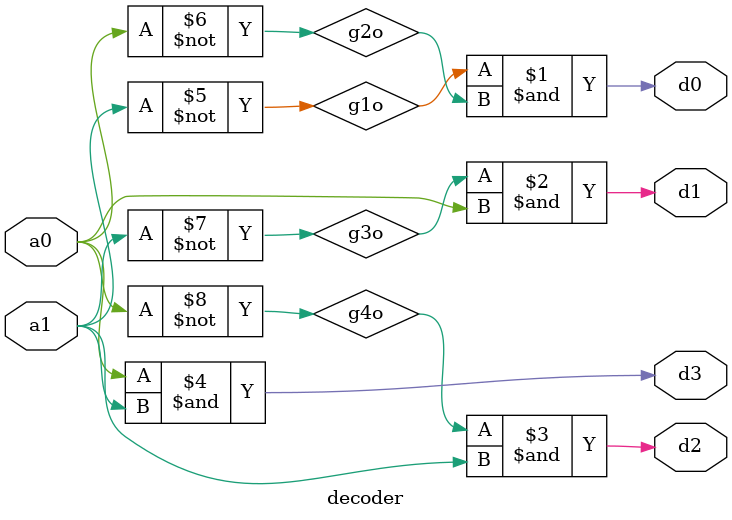
<source format=v>
module decoder(a1,a0,d0,d1,d2,d3);
input a1,a0;
output d0,d1,d2,d3;
wire g1o,g2o,g3o,g4o;
not g1(g1o,a1);
not g2(g2o,a0);
and g3(d0,g1o,g2o);
not g4(g3o,a1);
and g5(d1,g3o,a0);
not g6(g4o,a0);
and g7(d2,g4o,a1);
and g8(d3,a0,a1);
endmodule

</source>
